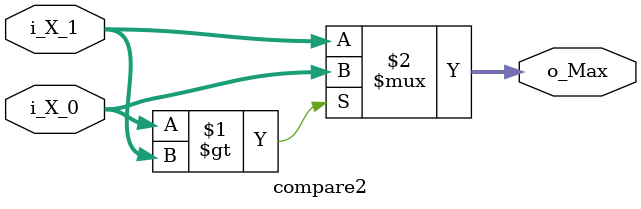
<source format=v>
module compare2#(parameter dataWidth=11)(
    input [dataWidth-1:0] i_X_0,
    input [dataWidth-1:0] i_X_1,
    output  [dataWidth-1:0] o_Max
    //input rst,
    //input clk
);
assign o_Max = (i_X_0>i_X_1) ? i_X_0 : i_X_1;
endmodule

</source>
